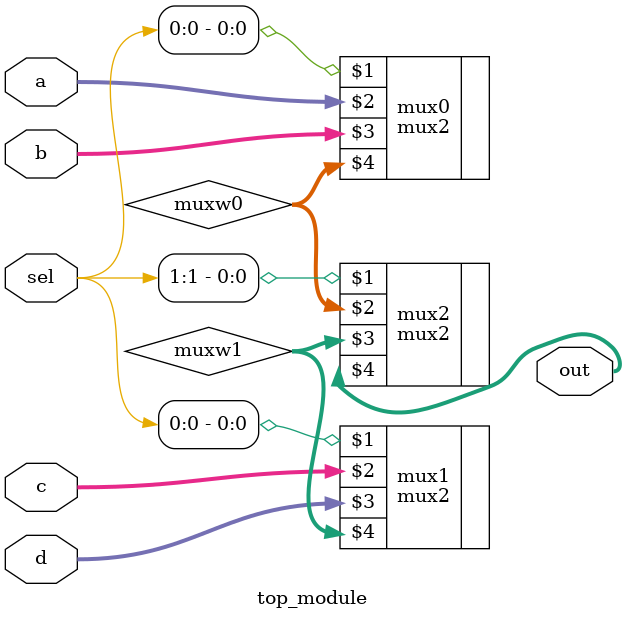
<source format=v>
module top_module (
    input [1:0] sel,
    input [7:0] a,
    input [7:0] b,
    input [7:0] c,
    input [7:0] d,
    output [7:0] out  ); //

    wire [7:0] muxw0, muxw1;
    mux2 mux0 ( sel[0],    a,    b, muxw0 );
    mux2 mux1 ( sel[0],    c,    d, muxw1 );
    mux2 mux2 ( sel[1], muxw0, muxw1,  out );

endmodule

</source>
